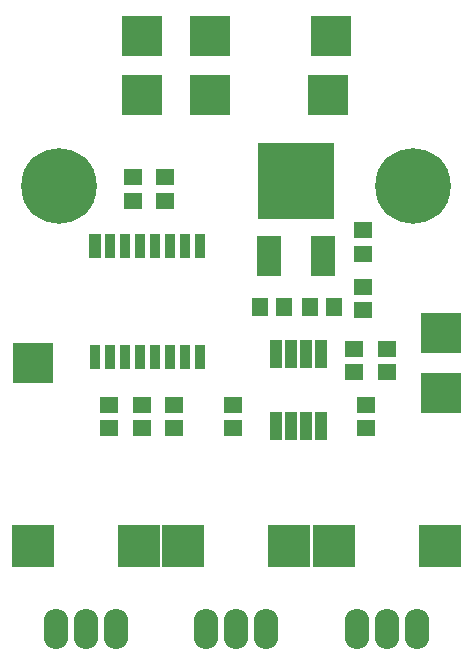
<source format=gbr>
%TF.GenerationSoftware,KiCad,Pcbnew,4.0.7-e2-6376~58~ubuntu16.04.1*%
%TF.CreationDate,2018-10-07T23:02:28+08:00*%
%TF.ProjectId,DVDBreakOut,445644427265616B4F75742E6B696361,rev?*%
%TF.FileFunction,Soldermask,Top*%
%FSLAX46Y46*%
G04 Gerber Fmt 4.6, Leading zero omitted, Abs format (unit mm)*
G04 Created by KiCad (PCBNEW 4.0.7-e2-6376~58~ubuntu16.04.1) date Sun Oct  7 23:02:28 2018*
%MOMM*%
%LPD*%
G01*
G04 APERTURE LIST*
%ADD10C,0.100000*%
%ADD11R,0.908000X2.020000*%
%ADD12R,0.980000X2.020000*%
%ADD13R,2.051000X3.448000*%
%ADD14R,6.496000X6.496000*%
%ADD15R,1.060400X2.432000*%
%ADD16C,6.400000*%
%ADD17R,3.400000X3.400000*%
%ADD18R,1.650000X1.400000*%
%ADD19R,1.400000X1.650000*%
%ADD20R,3.600000X3.600000*%
%ADD21O,2.076400X3.400000*%
G04 APERTURE END LIST*
D10*
D11*
X87305000Y-75190000D03*
X88575000Y-75190000D03*
X89845000Y-75190000D03*
X91115000Y-75190000D03*
X92385000Y-75190000D03*
X93655000Y-75190000D03*
X94925000Y-75190000D03*
X96195000Y-75190000D03*
X96195000Y-65810000D03*
X94925000Y-65810000D03*
X93655000Y-65810000D03*
X92385000Y-65810000D03*
X91115000Y-65810000D03*
X89845000Y-65810000D03*
X88575000Y-65810000D03*
D12*
X87305000Y-65810000D03*
D13*
X102054000Y-66660000D03*
D14*
X104340000Y-60310000D03*
D13*
X106626000Y-66660000D03*
D15*
X102595000Y-81073400D03*
X103865000Y-81073400D03*
X105135000Y-81073400D03*
X106405000Y-81073400D03*
X106405000Y-74926600D03*
X105135000Y-74926600D03*
X103865000Y-74926600D03*
X102595000Y-74926600D03*
D16*
X84250000Y-60750000D03*
X114250000Y-60750000D03*
D17*
X116610000Y-73160000D03*
X97000000Y-53000000D03*
X116610000Y-78240000D03*
X91250000Y-53000000D03*
X107000000Y-53000000D03*
X91250000Y-48000000D03*
X97000000Y-48000000D03*
X107250000Y-48000000D03*
D18*
X88500000Y-81250000D03*
X88500000Y-79250000D03*
X110000000Y-71250000D03*
X110000000Y-69250000D03*
X112000000Y-76500000D03*
X112000000Y-74500000D03*
X109250000Y-74500000D03*
X109250000Y-76500000D03*
X90500000Y-62000000D03*
X90500000Y-60000000D03*
X94000000Y-79250000D03*
X94000000Y-81250000D03*
X91250000Y-81250000D03*
X91250000Y-79250000D03*
X93250000Y-60000000D03*
X93250000Y-62000000D03*
X110250000Y-81250000D03*
X110250000Y-79250000D03*
X99000000Y-81250000D03*
X99000000Y-79250000D03*
D19*
X103250000Y-71000000D03*
X101250000Y-71000000D03*
D18*
X110000000Y-64500000D03*
X110000000Y-66500000D03*
D19*
X107500000Y-71000000D03*
X105500000Y-71000000D03*
D20*
X82000000Y-91250000D03*
X91000000Y-91250000D03*
D21*
X89040000Y-98250000D03*
X86500000Y-98250000D03*
X83960000Y-98250000D03*
X96710000Y-98250000D03*
X99250000Y-98250000D03*
X101790000Y-98250000D03*
D20*
X103750000Y-91250000D03*
X94750000Y-91250000D03*
D21*
X109460000Y-98250000D03*
X112000000Y-98250000D03*
X114540000Y-98250000D03*
D20*
X116500000Y-91250000D03*
X107500000Y-91250000D03*
D17*
X82000000Y-75750000D03*
M02*

</source>
